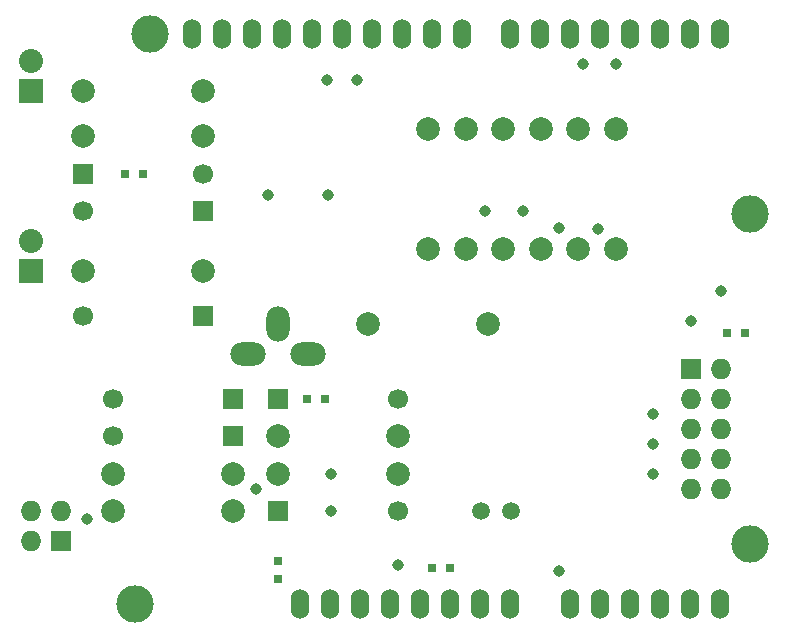
<source format=gbr>
G04 #@! TF.FileFunction,Soldermask,Bot*
%FSLAX46Y46*%
G04 Gerber Fmt 4.6, Leading zero omitted, Abs format (unit mm)*
G04 Created by KiCad (PCBNEW (after 2015-mar-04 BZR unknown)-product) date Fri 28 Oct 2016 11:36:01 AM CEST*
%MOMM*%
G01*
G04 APERTURE LIST*
%ADD10C,0.100000*%
%ADD11C,0.970000*%
%ADD12O,1.524000X2.540000*%
%ADD13C,3.175000*%
%ADD14R,1.727200X1.727200*%
%ADD15O,1.727200X1.727200*%
%ADD16R,2.032000X2.032000*%
%ADD17O,2.032000X2.032000*%
%ADD18C,1.501140*%
%ADD19R,0.800000X0.750000*%
%ADD20R,0.750000X0.800000*%
%ADD21C,1.699260*%
%ADD22R,1.699260X1.699260*%
%ADD23O,1.998980X2.999740*%
%ADD24O,2.999740X1.998980*%
%ADD25C,1.998980*%
G04 APERTURE END LIST*
D10*
D11*
X173736000Y-67818000D03*
X178816000Y-67818000D03*
X212090000Y-75946000D03*
X209550000Y-78486000D03*
X184785000Y-99187000D03*
X203200000Y-56769000D03*
X200406000Y-56769000D03*
X201676000Y-70739000D03*
X198374000Y-70612000D03*
X195326000Y-69215000D03*
X192151000Y-69215000D03*
X181254400Y-58089800D03*
X178739800Y-58089800D03*
X158394400Y-95300800D03*
X172720000Y-92710000D03*
X179070000Y-94615000D03*
X198374000Y-99695000D03*
X179070000Y-94615000D03*
X179070000Y-91440000D03*
X206375000Y-86360000D03*
X206375000Y-88900000D03*
D12*
X212001100Y-102463600D03*
X209461100Y-102463600D03*
X206921100Y-102463600D03*
X199301100Y-102463600D03*
X201841100Y-102463600D03*
X204381100Y-102463600D03*
X194221100Y-102463600D03*
X191681100Y-102463600D03*
X189141100Y-102463600D03*
X184061100Y-102463600D03*
X181521100Y-102463600D03*
X212001100Y-54203600D03*
X209461100Y-54203600D03*
X206921100Y-54203600D03*
X204381100Y-54203600D03*
X201841100Y-54203600D03*
X199301100Y-54203600D03*
X196761100Y-54203600D03*
X194221100Y-54203600D03*
X190157100Y-54203600D03*
X187617100Y-54203600D03*
X185077100Y-54203600D03*
X182537100Y-54203600D03*
X179997100Y-54203600D03*
X177457100Y-54203600D03*
X174917100Y-54203600D03*
X172377100Y-54203600D03*
X186601100Y-102463600D03*
D13*
X214541100Y-97383600D03*
X214541100Y-69443600D03*
X163741100Y-54203600D03*
X162471100Y-102463600D03*
D12*
X169837100Y-54203600D03*
X167297100Y-54203600D03*
X178981100Y-102463600D03*
X176441100Y-102463600D03*
D14*
X209550000Y-82550000D03*
D15*
X212090000Y-82550000D03*
X209550000Y-85090000D03*
X212090000Y-85090000D03*
X209550000Y-87630000D03*
X212090000Y-87630000D03*
X209550000Y-90170000D03*
X212090000Y-90170000D03*
X209550000Y-92710000D03*
X212090000Y-92710000D03*
D14*
X156210000Y-97155000D03*
D15*
X153670000Y-97155000D03*
X156210000Y-94615000D03*
X153670000Y-94615000D03*
D16*
X153670000Y-74295000D03*
D17*
X153670000Y-71755000D03*
D16*
X153670000Y-59055000D03*
D17*
X153670000Y-56515000D03*
D18*
X194310000Y-94615000D03*
X191770000Y-94615000D03*
D19*
X187641800Y-99415600D03*
X189141800Y-99415600D03*
X161683000Y-66040000D03*
X163183000Y-66040000D03*
X177050000Y-85090000D03*
X178550000Y-85090000D03*
D20*
X174625000Y-98818000D03*
X174625000Y-100318000D03*
D21*
X160655000Y-88265000D03*
D22*
X170815000Y-88265000D03*
D21*
X184785000Y-94615000D03*
D22*
X174625000Y-94615000D03*
D21*
X158115000Y-69215000D03*
D22*
X168275000Y-69215000D03*
D21*
X168275000Y-66040000D03*
D22*
X158115000Y-66040000D03*
D21*
X160655000Y-85090000D03*
D22*
X170815000Y-85090000D03*
D21*
X184785000Y-85090000D03*
D22*
X174625000Y-85090000D03*
D21*
X158115000Y-78105000D03*
D22*
X168275000Y-78105000D03*
D23*
X174625000Y-78740000D03*
D24*
X172085000Y-81280000D03*
X177165000Y-81280000D03*
D25*
X168275000Y-59055000D03*
X158115000Y-59055000D03*
X170815000Y-94615000D03*
X160655000Y-94615000D03*
X170815000Y-91440000D03*
X160655000Y-91440000D03*
X174625000Y-91440000D03*
X184785000Y-91440000D03*
X158115000Y-62865000D03*
X168275000Y-62865000D03*
X174625000Y-88265000D03*
X184785000Y-88265000D03*
X192405000Y-78740000D03*
X182245000Y-78740000D03*
X187325000Y-72390000D03*
X187325000Y-62230000D03*
X190500000Y-72390000D03*
X190500000Y-62230000D03*
X193675000Y-72390000D03*
X193675000Y-62230000D03*
X196850000Y-72390000D03*
X196850000Y-62230000D03*
X200025000Y-72390000D03*
X200025000Y-62230000D03*
X203200000Y-72390000D03*
X203200000Y-62230000D03*
X158115000Y-74295000D03*
X168275000Y-74295000D03*
D19*
X212610000Y-79502000D03*
X214110000Y-79502000D03*
D11*
X206375000Y-91440000D03*
M02*

</source>
